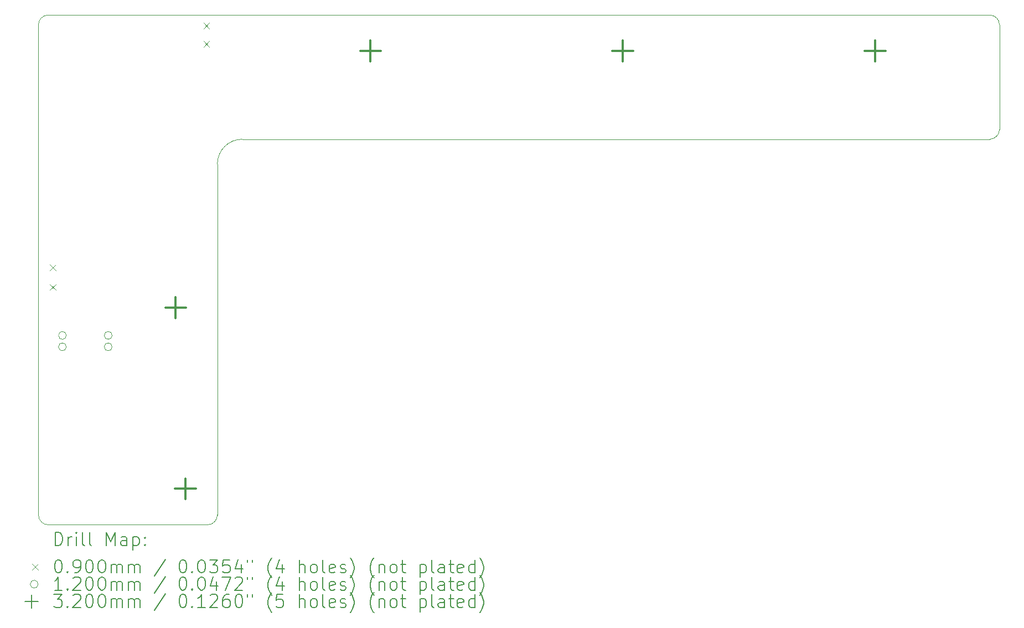
<source format=gbr>
%TF.GenerationSoftware,KiCad,Pcbnew,7.0.8*%
%TF.CreationDate,2023-10-17T17:27:18-07:00*%
%TF.ProjectId,Seismos_CoreR,53656973-6d6f-4735-9f43-6f7265522e6b,rev?*%
%TF.SameCoordinates,Original*%
%TF.FileFunction,Drillmap*%
%TF.FilePolarity,Positive*%
%FSLAX45Y45*%
G04 Gerber Fmt 4.5, Leading zero omitted, Abs format (unit mm)*
G04 Created by KiCad (PCBNEW 7.0.8) date 2023-10-17 17:27:18*
%MOMM*%
%LPD*%
G01*
G04 APERTURE LIST*
%ADD10C,0.100000*%
%ADD11C,0.200000*%
%ADD12C,0.090000*%
%ADD13C,0.120000*%
%ADD14C,0.320000*%
G04 APERTURE END LIST*
D10*
X5736600Y-9650000D02*
X5736600Y-4281000D01*
X5586600Y-9800000D02*
X3150000Y-9800000D01*
X3000000Y-9650000D02*
X3000000Y-2150000D01*
X3150000Y-2000000D02*
G75*
G03*
X3000000Y-2150000I0J-150000D01*
G01*
X5586600Y-9800000D02*
G75*
G03*
X5736600Y-9650000I0J150000D01*
G01*
X17550000Y-3900000D02*
X6117600Y-3900000D01*
X17550000Y-3900000D02*
G75*
G03*
X17700000Y-3750000I0J150000D01*
G01*
X17700000Y-2150000D02*
G75*
G03*
X17550000Y-2000000I-150000J0D01*
G01*
X3000000Y-9650000D02*
G75*
G03*
X3150000Y-9800000I150000J0D01*
G01*
X6117600Y-3900000D02*
G75*
G03*
X5736600Y-4281000I0J-381000D01*
G01*
X3150000Y-2000000D02*
X17550000Y-2000000D01*
X17700000Y-2150000D02*
X17700000Y-3750000D01*
D11*
D12*
X3175000Y-5818200D02*
X3265000Y-5908200D01*
X3265000Y-5818200D02*
X3175000Y-5908200D01*
X3175000Y-6118200D02*
X3265000Y-6208200D01*
X3265000Y-6118200D02*
X3175000Y-6208200D01*
X5526250Y-2119950D02*
X5616250Y-2209950D01*
X5616250Y-2119950D02*
X5526250Y-2209950D01*
X5526250Y-2399950D02*
X5616250Y-2489950D01*
X5616250Y-2399950D02*
X5526250Y-2489950D01*
D13*
X3427000Y-6902500D02*
G75*
G03*
X3427000Y-6902500I-60000J0D01*
G01*
X3427000Y-7077500D02*
G75*
G03*
X3427000Y-7077500I-60000J0D01*
G01*
X4127000Y-6902500D02*
G75*
G03*
X4127000Y-6902500I-60000J0D01*
G01*
X4127000Y-7077500D02*
G75*
G03*
X4127000Y-7077500I-60000J0D01*
G01*
D14*
X5100000Y-6315000D02*
X5100000Y-6635000D01*
X4940000Y-6475000D02*
X5260000Y-6475000D01*
X5250000Y-9090000D02*
X5250000Y-9410000D01*
X5090000Y-9250000D02*
X5410000Y-9250000D01*
X8080000Y-2390000D02*
X8080000Y-2710000D01*
X7920000Y-2550000D02*
X8240000Y-2550000D01*
X11940000Y-2390000D02*
X11940000Y-2710000D01*
X11780000Y-2550000D02*
X12100000Y-2550000D01*
X15800000Y-2390000D02*
X15800000Y-2710000D01*
X15640000Y-2550000D02*
X15960000Y-2550000D01*
D11*
X3255777Y-10116484D02*
X3255777Y-9916484D01*
X3255777Y-9916484D02*
X3303396Y-9916484D01*
X3303396Y-9916484D02*
X3331967Y-9926008D01*
X3331967Y-9926008D02*
X3351015Y-9945055D01*
X3351015Y-9945055D02*
X3360539Y-9964103D01*
X3360539Y-9964103D02*
X3370062Y-10002198D01*
X3370062Y-10002198D02*
X3370062Y-10030770D01*
X3370062Y-10030770D02*
X3360539Y-10068865D01*
X3360539Y-10068865D02*
X3351015Y-10087912D01*
X3351015Y-10087912D02*
X3331967Y-10106960D01*
X3331967Y-10106960D02*
X3303396Y-10116484D01*
X3303396Y-10116484D02*
X3255777Y-10116484D01*
X3455777Y-10116484D02*
X3455777Y-9983150D01*
X3455777Y-10021246D02*
X3465301Y-10002198D01*
X3465301Y-10002198D02*
X3474824Y-9992674D01*
X3474824Y-9992674D02*
X3493872Y-9983150D01*
X3493872Y-9983150D02*
X3512920Y-9983150D01*
X3579586Y-10116484D02*
X3579586Y-9983150D01*
X3579586Y-9916484D02*
X3570062Y-9926008D01*
X3570062Y-9926008D02*
X3579586Y-9935531D01*
X3579586Y-9935531D02*
X3589110Y-9926008D01*
X3589110Y-9926008D02*
X3579586Y-9916484D01*
X3579586Y-9916484D02*
X3579586Y-9935531D01*
X3703396Y-10116484D02*
X3684348Y-10106960D01*
X3684348Y-10106960D02*
X3674824Y-10087912D01*
X3674824Y-10087912D02*
X3674824Y-9916484D01*
X3808158Y-10116484D02*
X3789110Y-10106960D01*
X3789110Y-10106960D02*
X3779586Y-10087912D01*
X3779586Y-10087912D02*
X3779586Y-9916484D01*
X4036729Y-10116484D02*
X4036729Y-9916484D01*
X4036729Y-9916484D02*
X4103396Y-10059341D01*
X4103396Y-10059341D02*
X4170062Y-9916484D01*
X4170062Y-9916484D02*
X4170062Y-10116484D01*
X4351015Y-10116484D02*
X4351015Y-10011722D01*
X4351015Y-10011722D02*
X4341491Y-9992674D01*
X4341491Y-9992674D02*
X4322444Y-9983150D01*
X4322444Y-9983150D02*
X4284348Y-9983150D01*
X4284348Y-9983150D02*
X4265301Y-9992674D01*
X4351015Y-10106960D02*
X4331967Y-10116484D01*
X4331967Y-10116484D02*
X4284348Y-10116484D01*
X4284348Y-10116484D02*
X4265301Y-10106960D01*
X4265301Y-10106960D02*
X4255777Y-10087912D01*
X4255777Y-10087912D02*
X4255777Y-10068865D01*
X4255777Y-10068865D02*
X4265301Y-10049817D01*
X4265301Y-10049817D02*
X4284348Y-10040293D01*
X4284348Y-10040293D02*
X4331967Y-10040293D01*
X4331967Y-10040293D02*
X4351015Y-10030770D01*
X4446253Y-9983150D02*
X4446253Y-10183150D01*
X4446253Y-9992674D02*
X4465301Y-9983150D01*
X4465301Y-9983150D02*
X4503396Y-9983150D01*
X4503396Y-9983150D02*
X4522444Y-9992674D01*
X4522444Y-9992674D02*
X4531967Y-10002198D01*
X4531967Y-10002198D02*
X4541491Y-10021246D01*
X4541491Y-10021246D02*
X4541491Y-10078389D01*
X4541491Y-10078389D02*
X4531967Y-10097436D01*
X4531967Y-10097436D02*
X4522444Y-10106960D01*
X4522444Y-10106960D02*
X4503396Y-10116484D01*
X4503396Y-10116484D02*
X4465301Y-10116484D01*
X4465301Y-10116484D02*
X4446253Y-10106960D01*
X4627205Y-10097436D02*
X4636729Y-10106960D01*
X4636729Y-10106960D02*
X4627205Y-10116484D01*
X4627205Y-10116484D02*
X4617682Y-10106960D01*
X4617682Y-10106960D02*
X4627205Y-10097436D01*
X4627205Y-10097436D02*
X4627205Y-10116484D01*
X4627205Y-9992674D02*
X4636729Y-10002198D01*
X4636729Y-10002198D02*
X4627205Y-10011722D01*
X4627205Y-10011722D02*
X4617682Y-10002198D01*
X4617682Y-10002198D02*
X4627205Y-9992674D01*
X4627205Y-9992674D02*
X4627205Y-10011722D01*
D12*
X2905000Y-10400000D02*
X2995000Y-10490000D01*
X2995000Y-10400000D02*
X2905000Y-10490000D01*
D11*
X3293872Y-10336484D02*
X3312920Y-10336484D01*
X3312920Y-10336484D02*
X3331967Y-10346008D01*
X3331967Y-10346008D02*
X3341491Y-10355531D01*
X3341491Y-10355531D02*
X3351015Y-10374579D01*
X3351015Y-10374579D02*
X3360539Y-10412674D01*
X3360539Y-10412674D02*
X3360539Y-10460293D01*
X3360539Y-10460293D02*
X3351015Y-10498389D01*
X3351015Y-10498389D02*
X3341491Y-10517436D01*
X3341491Y-10517436D02*
X3331967Y-10526960D01*
X3331967Y-10526960D02*
X3312920Y-10536484D01*
X3312920Y-10536484D02*
X3293872Y-10536484D01*
X3293872Y-10536484D02*
X3274824Y-10526960D01*
X3274824Y-10526960D02*
X3265301Y-10517436D01*
X3265301Y-10517436D02*
X3255777Y-10498389D01*
X3255777Y-10498389D02*
X3246253Y-10460293D01*
X3246253Y-10460293D02*
X3246253Y-10412674D01*
X3246253Y-10412674D02*
X3255777Y-10374579D01*
X3255777Y-10374579D02*
X3265301Y-10355531D01*
X3265301Y-10355531D02*
X3274824Y-10346008D01*
X3274824Y-10346008D02*
X3293872Y-10336484D01*
X3446253Y-10517436D02*
X3455777Y-10526960D01*
X3455777Y-10526960D02*
X3446253Y-10536484D01*
X3446253Y-10536484D02*
X3436729Y-10526960D01*
X3436729Y-10526960D02*
X3446253Y-10517436D01*
X3446253Y-10517436D02*
X3446253Y-10536484D01*
X3551015Y-10536484D02*
X3589110Y-10536484D01*
X3589110Y-10536484D02*
X3608158Y-10526960D01*
X3608158Y-10526960D02*
X3617682Y-10517436D01*
X3617682Y-10517436D02*
X3636729Y-10488865D01*
X3636729Y-10488865D02*
X3646253Y-10450770D01*
X3646253Y-10450770D02*
X3646253Y-10374579D01*
X3646253Y-10374579D02*
X3636729Y-10355531D01*
X3636729Y-10355531D02*
X3627205Y-10346008D01*
X3627205Y-10346008D02*
X3608158Y-10336484D01*
X3608158Y-10336484D02*
X3570062Y-10336484D01*
X3570062Y-10336484D02*
X3551015Y-10346008D01*
X3551015Y-10346008D02*
X3541491Y-10355531D01*
X3541491Y-10355531D02*
X3531967Y-10374579D01*
X3531967Y-10374579D02*
X3531967Y-10422198D01*
X3531967Y-10422198D02*
X3541491Y-10441246D01*
X3541491Y-10441246D02*
X3551015Y-10450770D01*
X3551015Y-10450770D02*
X3570062Y-10460293D01*
X3570062Y-10460293D02*
X3608158Y-10460293D01*
X3608158Y-10460293D02*
X3627205Y-10450770D01*
X3627205Y-10450770D02*
X3636729Y-10441246D01*
X3636729Y-10441246D02*
X3646253Y-10422198D01*
X3770062Y-10336484D02*
X3789110Y-10336484D01*
X3789110Y-10336484D02*
X3808158Y-10346008D01*
X3808158Y-10346008D02*
X3817682Y-10355531D01*
X3817682Y-10355531D02*
X3827205Y-10374579D01*
X3827205Y-10374579D02*
X3836729Y-10412674D01*
X3836729Y-10412674D02*
X3836729Y-10460293D01*
X3836729Y-10460293D02*
X3827205Y-10498389D01*
X3827205Y-10498389D02*
X3817682Y-10517436D01*
X3817682Y-10517436D02*
X3808158Y-10526960D01*
X3808158Y-10526960D02*
X3789110Y-10536484D01*
X3789110Y-10536484D02*
X3770062Y-10536484D01*
X3770062Y-10536484D02*
X3751015Y-10526960D01*
X3751015Y-10526960D02*
X3741491Y-10517436D01*
X3741491Y-10517436D02*
X3731967Y-10498389D01*
X3731967Y-10498389D02*
X3722443Y-10460293D01*
X3722443Y-10460293D02*
X3722443Y-10412674D01*
X3722443Y-10412674D02*
X3731967Y-10374579D01*
X3731967Y-10374579D02*
X3741491Y-10355531D01*
X3741491Y-10355531D02*
X3751015Y-10346008D01*
X3751015Y-10346008D02*
X3770062Y-10336484D01*
X3960539Y-10336484D02*
X3979586Y-10336484D01*
X3979586Y-10336484D02*
X3998634Y-10346008D01*
X3998634Y-10346008D02*
X4008158Y-10355531D01*
X4008158Y-10355531D02*
X4017682Y-10374579D01*
X4017682Y-10374579D02*
X4027205Y-10412674D01*
X4027205Y-10412674D02*
X4027205Y-10460293D01*
X4027205Y-10460293D02*
X4017682Y-10498389D01*
X4017682Y-10498389D02*
X4008158Y-10517436D01*
X4008158Y-10517436D02*
X3998634Y-10526960D01*
X3998634Y-10526960D02*
X3979586Y-10536484D01*
X3979586Y-10536484D02*
X3960539Y-10536484D01*
X3960539Y-10536484D02*
X3941491Y-10526960D01*
X3941491Y-10526960D02*
X3931967Y-10517436D01*
X3931967Y-10517436D02*
X3922443Y-10498389D01*
X3922443Y-10498389D02*
X3912920Y-10460293D01*
X3912920Y-10460293D02*
X3912920Y-10412674D01*
X3912920Y-10412674D02*
X3922443Y-10374579D01*
X3922443Y-10374579D02*
X3931967Y-10355531D01*
X3931967Y-10355531D02*
X3941491Y-10346008D01*
X3941491Y-10346008D02*
X3960539Y-10336484D01*
X4112920Y-10536484D02*
X4112920Y-10403150D01*
X4112920Y-10422198D02*
X4122443Y-10412674D01*
X4122443Y-10412674D02*
X4141491Y-10403150D01*
X4141491Y-10403150D02*
X4170063Y-10403150D01*
X4170063Y-10403150D02*
X4189110Y-10412674D01*
X4189110Y-10412674D02*
X4198634Y-10431722D01*
X4198634Y-10431722D02*
X4198634Y-10536484D01*
X4198634Y-10431722D02*
X4208158Y-10412674D01*
X4208158Y-10412674D02*
X4227205Y-10403150D01*
X4227205Y-10403150D02*
X4255777Y-10403150D01*
X4255777Y-10403150D02*
X4274825Y-10412674D01*
X4274825Y-10412674D02*
X4284348Y-10431722D01*
X4284348Y-10431722D02*
X4284348Y-10536484D01*
X4379586Y-10536484D02*
X4379586Y-10403150D01*
X4379586Y-10422198D02*
X4389110Y-10412674D01*
X4389110Y-10412674D02*
X4408158Y-10403150D01*
X4408158Y-10403150D02*
X4436729Y-10403150D01*
X4436729Y-10403150D02*
X4455777Y-10412674D01*
X4455777Y-10412674D02*
X4465301Y-10431722D01*
X4465301Y-10431722D02*
X4465301Y-10536484D01*
X4465301Y-10431722D02*
X4474825Y-10412674D01*
X4474825Y-10412674D02*
X4493872Y-10403150D01*
X4493872Y-10403150D02*
X4522444Y-10403150D01*
X4522444Y-10403150D02*
X4541491Y-10412674D01*
X4541491Y-10412674D02*
X4551015Y-10431722D01*
X4551015Y-10431722D02*
X4551015Y-10536484D01*
X4941491Y-10326960D02*
X4770063Y-10584103D01*
X5198634Y-10336484D02*
X5217682Y-10336484D01*
X5217682Y-10336484D02*
X5236729Y-10346008D01*
X5236729Y-10346008D02*
X5246253Y-10355531D01*
X5246253Y-10355531D02*
X5255777Y-10374579D01*
X5255777Y-10374579D02*
X5265301Y-10412674D01*
X5265301Y-10412674D02*
X5265301Y-10460293D01*
X5265301Y-10460293D02*
X5255777Y-10498389D01*
X5255777Y-10498389D02*
X5246253Y-10517436D01*
X5246253Y-10517436D02*
X5236729Y-10526960D01*
X5236729Y-10526960D02*
X5217682Y-10536484D01*
X5217682Y-10536484D02*
X5198634Y-10536484D01*
X5198634Y-10536484D02*
X5179587Y-10526960D01*
X5179587Y-10526960D02*
X5170063Y-10517436D01*
X5170063Y-10517436D02*
X5160539Y-10498389D01*
X5160539Y-10498389D02*
X5151015Y-10460293D01*
X5151015Y-10460293D02*
X5151015Y-10412674D01*
X5151015Y-10412674D02*
X5160539Y-10374579D01*
X5160539Y-10374579D02*
X5170063Y-10355531D01*
X5170063Y-10355531D02*
X5179587Y-10346008D01*
X5179587Y-10346008D02*
X5198634Y-10336484D01*
X5351015Y-10517436D02*
X5360539Y-10526960D01*
X5360539Y-10526960D02*
X5351015Y-10536484D01*
X5351015Y-10536484D02*
X5341491Y-10526960D01*
X5341491Y-10526960D02*
X5351015Y-10517436D01*
X5351015Y-10517436D02*
X5351015Y-10536484D01*
X5484348Y-10336484D02*
X5503396Y-10336484D01*
X5503396Y-10336484D02*
X5522444Y-10346008D01*
X5522444Y-10346008D02*
X5531968Y-10355531D01*
X5531968Y-10355531D02*
X5541491Y-10374579D01*
X5541491Y-10374579D02*
X5551015Y-10412674D01*
X5551015Y-10412674D02*
X5551015Y-10460293D01*
X5551015Y-10460293D02*
X5541491Y-10498389D01*
X5541491Y-10498389D02*
X5531968Y-10517436D01*
X5531968Y-10517436D02*
X5522444Y-10526960D01*
X5522444Y-10526960D02*
X5503396Y-10536484D01*
X5503396Y-10536484D02*
X5484348Y-10536484D01*
X5484348Y-10536484D02*
X5465301Y-10526960D01*
X5465301Y-10526960D02*
X5455777Y-10517436D01*
X5455777Y-10517436D02*
X5446253Y-10498389D01*
X5446253Y-10498389D02*
X5436729Y-10460293D01*
X5436729Y-10460293D02*
X5436729Y-10412674D01*
X5436729Y-10412674D02*
X5446253Y-10374579D01*
X5446253Y-10374579D02*
X5455777Y-10355531D01*
X5455777Y-10355531D02*
X5465301Y-10346008D01*
X5465301Y-10346008D02*
X5484348Y-10336484D01*
X5617682Y-10336484D02*
X5741491Y-10336484D01*
X5741491Y-10336484D02*
X5674825Y-10412674D01*
X5674825Y-10412674D02*
X5703396Y-10412674D01*
X5703396Y-10412674D02*
X5722444Y-10422198D01*
X5722444Y-10422198D02*
X5731967Y-10431722D01*
X5731967Y-10431722D02*
X5741491Y-10450770D01*
X5741491Y-10450770D02*
X5741491Y-10498389D01*
X5741491Y-10498389D02*
X5731967Y-10517436D01*
X5731967Y-10517436D02*
X5722444Y-10526960D01*
X5722444Y-10526960D02*
X5703396Y-10536484D01*
X5703396Y-10536484D02*
X5646253Y-10536484D01*
X5646253Y-10536484D02*
X5627206Y-10526960D01*
X5627206Y-10526960D02*
X5617682Y-10517436D01*
X5922444Y-10336484D02*
X5827206Y-10336484D01*
X5827206Y-10336484D02*
X5817682Y-10431722D01*
X5817682Y-10431722D02*
X5827206Y-10422198D01*
X5827206Y-10422198D02*
X5846253Y-10412674D01*
X5846253Y-10412674D02*
X5893872Y-10412674D01*
X5893872Y-10412674D02*
X5912920Y-10422198D01*
X5912920Y-10422198D02*
X5922444Y-10431722D01*
X5922444Y-10431722D02*
X5931967Y-10450770D01*
X5931967Y-10450770D02*
X5931967Y-10498389D01*
X5931967Y-10498389D02*
X5922444Y-10517436D01*
X5922444Y-10517436D02*
X5912920Y-10526960D01*
X5912920Y-10526960D02*
X5893872Y-10536484D01*
X5893872Y-10536484D02*
X5846253Y-10536484D01*
X5846253Y-10536484D02*
X5827206Y-10526960D01*
X5827206Y-10526960D02*
X5817682Y-10517436D01*
X6103396Y-10403150D02*
X6103396Y-10536484D01*
X6055777Y-10326960D02*
X6008158Y-10469817D01*
X6008158Y-10469817D02*
X6131967Y-10469817D01*
X6198634Y-10336484D02*
X6198634Y-10374579D01*
X6274825Y-10336484D02*
X6274825Y-10374579D01*
X6570063Y-10612674D02*
X6560539Y-10603150D01*
X6560539Y-10603150D02*
X6541491Y-10574579D01*
X6541491Y-10574579D02*
X6531968Y-10555531D01*
X6531968Y-10555531D02*
X6522444Y-10526960D01*
X6522444Y-10526960D02*
X6512920Y-10479341D01*
X6512920Y-10479341D02*
X6512920Y-10441246D01*
X6512920Y-10441246D02*
X6522444Y-10393627D01*
X6522444Y-10393627D02*
X6531968Y-10365055D01*
X6531968Y-10365055D02*
X6541491Y-10346008D01*
X6541491Y-10346008D02*
X6560539Y-10317436D01*
X6560539Y-10317436D02*
X6570063Y-10307912D01*
X6731968Y-10403150D02*
X6731968Y-10536484D01*
X6684348Y-10326960D02*
X6636729Y-10469817D01*
X6636729Y-10469817D02*
X6760539Y-10469817D01*
X6989110Y-10536484D02*
X6989110Y-10336484D01*
X7074825Y-10536484D02*
X7074825Y-10431722D01*
X7074825Y-10431722D02*
X7065301Y-10412674D01*
X7065301Y-10412674D02*
X7046253Y-10403150D01*
X7046253Y-10403150D02*
X7017682Y-10403150D01*
X7017682Y-10403150D02*
X6998634Y-10412674D01*
X6998634Y-10412674D02*
X6989110Y-10422198D01*
X7198634Y-10536484D02*
X7179587Y-10526960D01*
X7179587Y-10526960D02*
X7170063Y-10517436D01*
X7170063Y-10517436D02*
X7160539Y-10498389D01*
X7160539Y-10498389D02*
X7160539Y-10441246D01*
X7160539Y-10441246D02*
X7170063Y-10422198D01*
X7170063Y-10422198D02*
X7179587Y-10412674D01*
X7179587Y-10412674D02*
X7198634Y-10403150D01*
X7198634Y-10403150D02*
X7227206Y-10403150D01*
X7227206Y-10403150D02*
X7246253Y-10412674D01*
X7246253Y-10412674D02*
X7255777Y-10422198D01*
X7255777Y-10422198D02*
X7265301Y-10441246D01*
X7265301Y-10441246D02*
X7265301Y-10498389D01*
X7265301Y-10498389D02*
X7255777Y-10517436D01*
X7255777Y-10517436D02*
X7246253Y-10526960D01*
X7246253Y-10526960D02*
X7227206Y-10536484D01*
X7227206Y-10536484D02*
X7198634Y-10536484D01*
X7379587Y-10536484D02*
X7360539Y-10526960D01*
X7360539Y-10526960D02*
X7351015Y-10507912D01*
X7351015Y-10507912D02*
X7351015Y-10336484D01*
X7531968Y-10526960D02*
X7512920Y-10536484D01*
X7512920Y-10536484D02*
X7474825Y-10536484D01*
X7474825Y-10536484D02*
X7455777Y-10526960D01*
X7455777Y-10526960D02*
X7446253Y-10507912D01*
X7446253Y-10507912D02*
X7446253Y-10431722D01*
X7446253Y-10431722D02*
X7455777Y-10412674D01*
X7455777Y-10412674D02*
X7474825Y-10403150D01*
X7474825Y-10403150D02*
X7512920Y-10403150D01*
X7512920Y-10403150D02*
X7531968Y-10412674D01*
X7531968Y-10412674D02*
X7541491Y-10431722D01*
X7541491Y-10431722D02*
X7541491Y-10450770D01*
X7541491Y-10450770D02*
X7446253Y-10469817D01*
X7617682Y-10526960D02*
X7636730Y-10536484D01*
X7636730Y-10536484D02*
X7674825Y-10536484D01*
X7674825Y-10536484D02*
X7693872Y-10526960D01*
X7693872Y-10526960D02*
X7703396Y-10507912D01*
X7703396Y-10507912D02*
X7703396Y-10498389D01*
X7703396Y-10498389D02*
X7693872Y-10479341D01*
X7693872Y-10479341D02*
X7674825Y-10469817D01*
X7674825Y-10469817D02*
X7646253Y-10469817D01*
X7646253Y-10469817D02*
X7627206Y-10460293D01*
X7627206Y-10460293D02*
X7617682Y-10441246D01*
X7617682Y-10441246D02*
X7617682Y-10431722D01*
X7617682Y-10431722D02*
X7627206Y-10412674D01*
X7627206Y-10412674D02*
X7646253Y-10403150D01*
X7646253Y-10403150D02*
X7674825Y-10403150D01*
X7674825Y-10403150D02*
X7693872Y-10412674D01*
X7770063Y-10612674D02*
X7779587Y-10603150D01*
X7779587Y-10603150D02*
X7798634Y-10574579D01*
X7798634Y-10574579D02*
X7808158Y-10555531D01*
X7808158Y-10555531D02*
X7817682Y-10526960D01*
X7817682Y-10526960D02*
X7827206Y-10479341D01*
X7827206Y-10479341D02*
X7827206Y-10441246D01*
X7827206Y-10441246D02*
X7817682Y-10393627D01*
X7817682Y-10393627D02*
X7808158Y-10365055D01*
X7808158Y-10365055D02*
X7798634Y-10346008D01*
X7798634Y-10346008D02*
X7779587Y-10317436D01*
X7779587Y-10317436D02*
X7770063Y-10307912D01*
X8131968Y-10612674D02*
X8122444Y-10603150D01*
X8122444Y-10603150D02*
X8103396Y-10574579D01*
X8103396Y-10574579D02*
X8093872Y-10555531D01*
X8093872Y-10555531D02*
X8084349Y-10526960D01*
X8084349Y-10526960D02*
X8074825Y-10479341D01*
X8074825Y-10479341D02*
X8074825Y-10441246D01*
X8074825Y-10441246D02*
X8084349Y-10393627D01*
X8084349Y-10393627D02*
X8093872Y-10365055D01*
X8093872Y-10365055D02*
X8103396Y-10346008D01*
X8103396Y-10346008D02*
X8122444Y-10317436D01*
X8122444Y-10317436D02*
X8131968Y-10307912D01*
X8208158Y-10403150D02*
X8208158Y-10536484D01*
X8208158Y-10422198D02*
X8217682Y-10412674D01*
X8217682Y-10412674D02*
X8236730Y-10403150D01*
X8236730Y-10403150D02*
X8265301Y-10403150D01*
X8265301Y-10403150D02*
X8284349Y-10412674D01*
X8284349Y-10412674D02*
X8293872Y-10431722D01*
X8293872Y-10431722D02*
X8293872Y-10536484D01*
X8417682Y-10536484D02*
X8398634Y-10526960D01*
X8398634Y-10526960D02*
X8389111Y-10517436D01*
X8389111Y-10517436D02*
X8379587Y-10498389D01*
X8379587Y-10498389D02*
X8379587Y-10441246D01*
X8379587Y-10441246D02*
X8389111Y-10422198D01*
X8389111Y-10422198D02*
X8398634Y-10412674D01*
X8398634Y-10412674D02*
X8417682Y-10403150D01*
X8417682Y-10403150D02*
X8446254Y-10403150D01*
X8446254Y-10403150D02*
X8465301Y-10412674D01*
X8465301Y-10412674D02*
X8474825Y-10422198D01*
X8474825Y-10422198D02*
X8484349Y-10441246D01*
X8484349Y-10441246D02*
X8484349Y-10498389D01*
X8484349Y-10498389D02*
X8474825Y-10517436D01*
X8474825Y-10517436D02*
X8465301Y-10526960D01*
X8465301Y-10526960D02*
X8446254Y-10536484D01*
X8446254Y-10536484D02*
X8417682Y-10536484D01*
X8541492Y-10403150D02*
X8617682Y-10403150D01*
X8570063Y-10336484D02*
X8570063Y-10507912D01*
X8570063Y-10507912D02*
X8579587Y-10526960D01*
X8579587Y-10526960D02*
X8598634Y-10536484D01*
X8598634Y-10536484D02*
X8617682Y-10536484D01*
X8836730Y-10403150D02*
X8836730Y-10603150D01*
X8836730Y-10412674D02*
X8855777Y-10403150D01*
X8855777Y-10403150D02*
X8893873Y-10403150D01*
X8893873Y-10403150D02*
X8912920Y-10412674D01*
X8912920Y-10412674D02*
X8922444Y-10422198D01*
X8922444Y-10422198D02*
X8931968Y-10441246D01*
X8931968Y-10441246D02*
X8931968Y-10498389D01*
X8931968Y-10498389D02*
X8922444Y-10517436D01*
X8922444Y-10517436D02*
X8912920Y-10526960D01*
X8912920Y-10526960D02*
X8893873Y-10536484D01*
X8893873Y-10536484D02*
X8855777Y-10536484D01*
X8855777Y-10536484D02*
X8836730Y-10526960D01*
X9046254Y-10536484D02*
X9027206Y-10526960D01*
X9027206Y-10526960D02*
X9017682Y-10507912D01*
X9017682Y-10507912D02*
X9017682Y-10336484D01*
X9208158Y-10536484D02*
X9208158Y-10431722D01*
X9208158Y-10431722D02*
X9198635Y-10412674D01*
X9198635Y-10412674D02*
X9179587Y-10403150D01*
X9179587Y-10403150D02*
X9141492Y-10403150D01*
X9141492Y-10403150D02*
X9122444Y-10412674D01*
X9208158Y-10526960D02*
X9189111Y-10536484D01*
X9189111Y-10536484D02*
X9141492Y-10536484D01*
X9141492Y-10536484D02*
X9122444Y-10526960D01*
X9122444Y-10526960D02*
X9112920Y-10507912D01*
X9112920Y-10507912D02*
X9112920Y-10488865D01*
X9112920Y-10488865D02*
X9122444Y-10469817D01*
X9122444Y-10469817D02*
X9141492Y-10460293D01*
X9141492Y-10460293D02*
X9189111Y-10460293D01*
X9189111Y-10460293D02*
X9208158Y-10450770D01*
X9274825Y-10403150D02*
X9351015Y-10403150D01*
X9303396Y-10336484D02*
X9303396Y-10507912D01*
X9303396Y-10507912D02*
X9312920Y-10526960D01*
X9312920Y-10526960D02*
X9331968Y-10536484D01*
X9331968Y-10536484D02*
X9351015Y-10536484D01*
X9493873Y-10526960D02*
X9474825Y-10536484D01*
X9474825Y-10536484D02*
X9436730Y-10536484D01*
X9436730Y-10536484D02*
X9417682Y-10526960D01*
X9417682Y-10526960D02*
X9408158Y-10507912D01*
X9408158Y-10507912D02*
X9408158Y-10431722D01*
X9408158Y-10431722D02*
X9417682Y-10412674D01*
X9417682Y-10412674D02*
X9436730Y-10403150D01*
X9436730Y-10403150D02*
X9474825Y-10403150D01*
X9474825Y-10403150D02*
X9493873Y-10412674D01*
X9493873Y-10412674D02*
X9503396Y-10431722D01*
X9503396Y-10431722D02*
X9503396Y-10450770D01*
X9503396Y-10450770D02*
X9408158Y-10469817D01*
X9674825Y-10536484D02*
X9674825Y-10336484D01*
X9674825Y-10526960D02*
X9655777Y-10536484D01*
X9655777Y-10536484D02*
X9617682Y-10536484D01*
X9617682Y-10536484D02*
X9598635Y-10526960D01*
X9598635Y-10526960D02*
X9589111Y-10517436D01*
X9589111Y-10517436D02*
X9579587Y-10498389D01*
X9579587Y-10498389D02*
X9579587Y-10441246D01*
X9579587Y-10441246D02*
X9589111Y-10422198D01*
X9589111Y-10422198D02*
X9598635Y-10412674D01*
X9598635Y-10412674D02*
X9617682Y-10403150D01*
X9617682Y-10403150D02*
X9655777Y-10403150D01*
X9655777Y-10403150D02*
X9674825Y-10412674D01*
X9751016Y-10612674D02*
X9760539Y-10603150D01*
X9760539Y-10603150D02*
X9779587Y-10574579D01*
X9779587Y-10574579D02*
X9789111Y-10555531D01*
X9789111Y-10555531D02*
X9798635Y-10526960D01*
X9798635Y-10526960D02*
X9808158Y-10479341D01*
X9808158Y-10479341D02*
X9808158Y-10441246D01*
X9808158Y-10441246D02*
X9798635Y-10393627D01*
X9798635Y-10393627D02*
X9789111Y-10365055D01*
X9789111Y-10365055D02*
X9779587Y-10346008D01*
X9779587Y-10346008D02*
X9760539Y-10317436D01*
X9760539Y-10317436D02*
X9751016Y-10307912D01*
D13*
X2995000Y-10709000D02*
G75*
G03*
X2995000Y-10709000I-60000J0D01*
G01*
D11*
X3360539Y-10800484D02*
X3246253Y-10800484D01*
X3303396Y-10800484D02*
X3303396Y-10600484D01*
X3303396Y-10600484D02*
X3284348Y-10629055D01*
X3284348Y-10629055D02*
X3265301Y-10648103D01*
X3265301Y-10648103D02*
X3246253Y-10657627D01*
X3446253Y-10781436D02*
X3455777Y-10790960D01*
X3455777Y-10790960D02*
X3446253Y-10800484D01*
X3446253Y-10800484D02*
X3436729Y-10790960D01*
X3436729Y-10790960D02*
X3446253Y-10781436D01*
X3446253Y-10781436D02*
X3446253Y-10800484D01*
X3531967Y-10619531D02*
X3541491Y-10610008D01*
X3541491Y-10610008D02*
X3560539Y-10600484D01*
X3560539Y-10600484D02*
X3608158Y-10600484D01*
X3608158Y-10600484D02*
X3627205Y-10610008D01*
X3627205Y-10610008D02*
X3636729Y-10619531D01*
X3636729Y-10619531D02*
X3646253Y-10638579D01*
X3646253Y-10638579D02*
X3646253Y-10657627D01*
X3646253Y-10657627D02*
X3636729Y-10686198D01*
X3636729Y-10686198D02*
X3522443Y-10800484D01*
X3522443Y-10800484D02*
X3646253Y-10800484D01*
X3770062Y-10600484D02*
X3789110Y-10600484D01*
X3789110Y-10600484D02*
X3808158Y-10610008D01*
X3808158Y-10610008D02*
X3817682Y-10619531D01*
X3817682Y-10619531D02*
X3827205Y-10638579D01*
X3827205Y-10638579D02*
X3836729Y-10676674D01*
X3836729Y-10676674D02*
X3836729Y-10724293D01*
X3836729Y-10724293D02*
X3827205Y-10762389D01*
X3827205Y-10762389D02*
X3817682Y-10781436D01*
X3817682Y-10781436D02*
X3808158Y-10790960D01*
X3808158Y-10790960D02*
X3789110Y-10800484D01*
X3789110Y-10800484D02*
X3770062Y-10800484D01*
X3770062Y-10800484D02*
X3751015Y-10790960D01*
X3751015Y-10790960D02*
X3741491Y-10781436D01*
X3741491Y-10781436D02*
X3731967Y-10762389D01*
X3731967Y-10762389D02*
X3722443Y-10724293D01*
X3722443Y-10724293D02*
X3722443Y-10676674D01*
X3722443Y-10676674D02*
X3731967Y-10638579D01*
X3731967Y-10638579D02*
X3741491Y-10619531D01*
X3741491Y-10619531D02*
X3751015Y-10610008D01*
X3751015Y-10610008D02*
X3770062Y-10600484D01*
X3960539Y-10600484D02*
X3979586Y-10600484D01*
X3979586Y-10600484D02*
X3998634Y-10610008D01*
X3998634Y-10610008D02*
X4008158Y-10619531D01*
X4008158Y-10619531D02*
X4017682Y-10638579D01*
X4017682Y-10638579D02*
X4027205Y-10676674D01*
X4027205Y-10676674D02*
X4027205Y-10724293D01*
X4027205Y-10724293D02*
X4017682Y-10762389D01*
X4017682Y-10762389D02*
X4008158Y-10781436D01*
X4008158Y-10781436D02*
X3998634Y-10790960D01*
X3998634Y-10790960D02*
X3979586Y-10800484D01*
X3979586Y-10800484D02*
X3960539Y-10800484D01*
X3960539Y-10800484D02*
X3941491Y-10790960D01*
X3941491Y-10790960D02*
X3931967Y-10781436D01*
X3931967Y-10781436D02*
X3922443Y-10762389D01*
X3922443Y-10762389D02*
X3912920Y-10724293D01*
X3912920Y-10724293D02*
X3912920Y-10676674D01*
X3912920Y-10676674D02*
X3922443Y-10638579D01*
X3922443Y-10638579D02*
X3931967Y-10619531D01*
X3931967Y-10619531D02*
X3941491Y-10610008D01*
X3941491Y-10610008D02*
X3960539Y-10600484D01*
X4112920Y-10800484D02*
X4112920Y-10667150D01*
X4112920Y-10686198D02*
X4122443Y-10676674D01*
X4122443Y-10676674D02*
X4141491Y-10667150D01*
X4141491Y-10667150D02*
X4170063Y-10667150D01*
X4170063Y-10667150D02*
X4189110Y-10676674D01*
X4189110Y-10676674D02*
X4198634Y-10695722D01*
X4198634Y-10695722D02*
X4198634Y-10800484D01*
X4198634Y-10695722D02*
X4208158Y-10676674D01*
X4208158Y-10676674D02*
X4227205Y-10667150D01*
X4227205Y-10667150D02*
X4255777Y-10667150D01*
X4255777Y-10667150D02*
X4274825Y-10676674D01*
X4274825Y-10676674D02*
X4284348Y-10695722D01*
X4284348Y-10695722D02*
X4284348Y-10800484D01*
X4379586Y-10800484D02*
X4379586Y-10667150D01*
X4379586Y-10686198D02*
X4389110Y-10676674D01*
X4389110Y-10676674D02*
X4408158Y-10667150D01*
X4408158Y-10667150D02*
X4436729Y-10667150D01*
X4436729Y-10667150D02*
X4455777Y-10676674D01*
X4455777Y-10676674D02*
X4465301Y-10695722D01*
X4465301Y-10695722D02*
X4465301Y-10800484D01*
X4465301Y-10695722D02*
X4474825Y-10676674D01*
X4474825Y-10676674D02*
X4493872Y-10667150D01*
X4493872Y-10667150D02*
X4522444Y-10667150D01*
X4522444Y-10667150D02*
X4541491Y-10676674D01*
X4541491Y-10676674D02*
X4551015Y-10695722D01*
X4551015Y-10695722D02*
X4551015Y-10800484D01*
X4941491Y-10590960D02*
X4770063Y-10848103D01*
X5198634Y-10600484D02*
X5217682Y-10600484D01*
X5217682Y-10600484D02*
X5236729Y-10610008D01*
X5236729Y-10610008D02*
X5246253Y-10619531D01*
X5246253Y-10619531D02*
X5255777Y-10638579D01*
X5255777Y-10638579D02*
X5265301Y-10676674D01*
X5265301Y-10676674D02*
X5265301Y-10724293D01*
X5265301Y-10724293D02*
X5255777Y-10762389D01*
X5255777Y-10762389D02*
X5246253Y-10781436D01*
X5246253Y-10781436D02*
X5236729Y-10790960D01*
X5236729Y-10790960D02*
X5217682Y-10800484D01*
X5217682Y-10800484D02*
X5198634Y-10800484D01*
X5198634Y-10800484D02*
X5179587Y-10790960D01*
X5179587Y-10790960D02*
X5170063Y-10781436D01*
X5170063Y-10781436D02*
X5160539Y-10762389D01*
X5160539Y-10762389D02*
X5151015Y-10724293D01*
X5151015Y-10724293D02*
X5151015Y-10676674D01*
X5151015Y-10676674D02*
X5160539Y-10638579D01*
X5160539Y-10638579D02*
X5170063Y-10619531D01*
X5170063Y-10619531D02*
X5179587Y-10610008D01*
X5179587Y-10610008D02*
X5198634Y-10600484D01*
X5351015Y-10781436D02*
X5360539Y-10790960D01*
X5360539Y-10790960D02*
X5351015Y-10800484D01*
X5351015Y-10800484D02*
X5341491Y-10790960D01*
X5341491Y-10790960D02*
X5351015Y-10781436D01*
X5351015Y-10781436D02*
X5351015Y-10800484D01*
X5484348Y-10600484D02*
X5503396Y-10600484D01*
X5503396Y-10600484D02*
X5522444Y-10610008D01*
X5522444Y-10610008D02*
X5531968Y-10619531D01*
X5531968Y-10619531D02*
X5541491Y-10638579D01*
X5541491Y-10638579D02*
X5551015Y-10676674D01*
X5551015Y-10676674D02*
X5551015Y-10724293D01*
X5551015Y-10724293D02*
X5541491Y-10762389D01*
X5541491Y-10762389D02*
X5531968Y-10781436D01*
X5531968Y-10781436D02*
X5522444Y-10790960D01*
X5522444Y-10790960D02*
X5503396Y-10800484D01*
X5503396Y-10800484D02*
X5484348Y-10800484D01*
X5484348Y-10800484D02*
X5465301Y-10790960D01*
X5465301Y-10790960D02*
X5455777Y-10781436D01*
X5455777Y-10781436D02*
X5446253Y-10762389D01*
X5446253Y-10762389D02*
X5436729Y-10724293D01*
X5436729Y-10724293D02*
X5436729Y-10676674D01*
X5436729Y-10676674D02*
X5446253Y-10638579D01*
X5446253Y-10638579D02*
X5455777Y-10619531D01*
X5455777Y-10619531D02*
X5465301Y-10610008D01*
X5465301Y-10610008D02*
X5484348Y-10600484D01*
X5722444Y-10667150D02*
X5722444Y-10800484D01*
X5674825Y-10590960D02*
X5627206Y-10733817D01*
X5627206Y-10733817D02*
X5751015Y-10733817D01*
X5808158Y-10600484D02*
X5941491Y-10600484D01*
X5941491Y-10600484D02*
X5855777Y-10800484D01*
X6008158Y-10619531D02*
X6017682Y-10610008D01*
X6017682Y-10610008D02*
X6036729Y-10600484D01*
X6036729Y-10600484D02*
X6084348Y-10600484D01*
X6084348Y-10600484D02*
X6103396Y-10610008D01*
X6103396Y-10610008D02*
X6112920Y-10619531D01*
X6112920Y-10619531D02*
X6122444Y-10638579D01*
X6122444Y-10638579D02*
X6122444Y-10657627D01*
X6122444Y-10657627D02*
X6112920Y-10686198D01*
X6112920Y-10686198D02*
X5998634Y-10800484D01*
X5998634Y-10800484D02*
X6122444Y-10800484D01*
X6198634Y-10600484D02*
X6198634Y-10638579D01*
X6274825Y-10600484D02*
X6274825Y-10638579D01*
X6570063Y-10876674D02*
X6560539Y-10867150D01*
X6560539Y-10867150D02*
X6541491Y-10838579D01*
X6541491Y-10838579D02*
X6531968Y-10819531D01*
X6531968Y-10819531D02*
X6522444Y-10790960D01*
X6522444Y-10790960D02*
X6512920Y-10743341D01*
X6512920Y-10743341D02*
X6512920Y-10705246D01*
X6512920Y-10705246D02*
X6522444Y-10657627D01*
X6522444Y-10657627D02*
X6531968Y-10629055D01*
X6531968Y-10629055D02*
X6541491Y-10610008D01*
X6541491Y-10610008D02*
X6560539Y-10581436D01*
X6560539Y-10581436D02*
X6570063Y-10571912D01*
X6731968Y-10667150D02*
X6731968Y-10800484D01*
X6684348Y-10590960D02*
X6636729Y-10733817D01*
X6636729Y-10733817D02*
X6760539Y-10733817D01*
X6989110Y-10800484D02*
X6989110Y-10600484D01*
X7074825Y-10800484D02*
X7074825Y-10695722D01*
X7074825Y-10695722D02*
X7065301Y-10676674D01*
X7065301Y-10676674D02*
X7046253Y-10667150D01*
X7046253Y-10667150D02*
X7017682Y-10667150D01*
X7017682Y-10667150D02*
X6998634Y-10676674D01*
X6998634Y-10676674D02*
X6989110Y-10686198D01*
X7198634Y-10800484D02*
X7179587Y-10790960D01*
X7179587Y-10790960D02*
X7170063Y-10781436D01*
X7170063Y-10781436D02*
X7160539Y-10762389D01*
X7160539Y-10762389D02*
X7160539Y-10705246D01*
X7160539Y-10705246D02*
X7170063Y-10686198D01*
X7170063Y-10686198D02*
X7179587Y-10676674D01*
X7179587Y-10676674D02*
X7198634Y-10667150D01*
X7198634Y-10667150D02*
X7227206Y-10667150D01*
X7227206Y-10667150D02*
X7246253Y-10676674D01*
X7246253Y-10676674D02*
X7255777Y-10686198D01*
X7255777Y-10686198D02*
X7265301Y-10705246D01*
X7265301Y-10705246D02*
X7265301Y-10762389D01*
X7265301Y-10762389D02*
X7255777Y-10781436D01*
X7255777Y-10781436D02*
X7246253Y-10790960D01*
X7246253Y-10790960D02*
X7227206Y-10800484D01*
X7227206Y-10800484D02*
X7198634Y-10800484D01*
X7379587Y-10800484D02*
X7360539Y-10790960D01*
X7360539Y-10790960D02*
X7351015Y-10771912D01*
X7351015Y-10771912D02*
X7351015Y-10600484D01*
X7531968Y-10790960D02*
X7512920Y-10800484D01*
X7512920Y-10800484D02*
X7474825Y-10800484D01*
X7474825Y-10800484D02*
X7455777Y-10790960D01*
X7455777Y-10790960D02*
X7446253Y-10771912D01*
X7446253Y-10771912D02*
X7446253Y-10695722D01*
X7446253Y-10695722D02*
X7455777Y-10676674D01*
X7455777Y-10676674D02*
X7474825Y-10667150D01*
X7474825Y-10667150D02*
X7512920Y-10667150D01*
X7512920Y-10667150D02*
X7531968Y-10676674D01*
X7531968Y-10676674D02*
X7541491Y-10695722D01*
X7541491Y-10695722D02*
X7541491Y-10714770D01*
X7541491Y-10714770D02*
X7446253Y-10733817D01*
X7617682Y-10790960D02*
X7636730Y-10800484D01*
X7636730Y-10800484D02*
X7674825Y-10800484D01*
X7674825Y-10800484D02*
X7693872Y-10790960D01*
X7693872Y-10790960D02*
X7703396Y-10771912D01*
X7703396Y-10771912D02*
X7703396Y-10762389D01*
X7703396Y-10762389D02*
X7693872Y-10743341D01*
X7693872Y-10743341D02*
X7674825Y-10733817D01*
X7674825Y-10733817D02*
X7646253Y-10733817D01*
X7646253Y-10733817D02*
X7627206Y-10724293D01*
X7627206Y-10724293D02*
X7617682Y-10705246D01*
X7617682Y-10705246D02*
X7617682Y-10695722D01*
X7617682Y-10695722D02*
X7627206Y-10676674D01*
X7627206Y-10676674D02*
X7646253Y-10667150D01*
X7646253Y-10667150D02*
X7674825Y-10667150D01*
X7674825Y-10667150D02*
X7693872Y-10676674D01*
X7770063Y-10876674D02*
X7779587Y-10867150D01*
X7779587Y-10867150D02*
X7798634Y-10838579D01*
X7798634Y-10838579D02*
X7808158Y-10819531D01*
X7808158Y-10819531D02*
X7817682Y-10790960D01*
X7817682Y-10790960D02*
X7827206Y-10743341D01*
X7827206Y-10743341D02*
X7827206Y-10705246D01*
X7827206Y-10705246D02*
X7817682Y-10657627D01*
X7817682Y-10657627D02*
X7808158Y-10629055D01*
X7808158Y-10629055D02*
X7798634Y-10610008D01*
X7798634Y-10610008D02*
X7779587Y-10581436D01*
X7779587Y-10581436D02*
X7770063Y-10571912D01*
X8131968Y-10876674D02*
X8122444Y-10867150D01*
X8122444Y-10867150D02*
X8103396Y-10838579D01*
X8103396Y-10838579D02*
X8093872Y-10819531D01*
X8093872Y-10819531D02*
X8084349Y-10790960D01*
X8084349Y-10790960D02*
X8074825Y-10743341D01*
X8074825Y-10743341D02*
X8074825Y-10705246D01*
X8074825Y-10705246D02*
X8084349Y-10657627D01*
X8084349Y-10657627D02*
X8093872Y-10629055D01*
X8093872Y-10629055D02*
X8103396Y-10610008D01*
X8103396Y-10610008D02*
X8122444Y-10581436D01*
X8122444Y-10581436D02*
X8131968Y-10571912D01*
X8208158Y-10667150D02*
X8208158Y-10800484D01*
X8208158Y-10686198D02*
X8217682Y-10676674D01*
X8217682Y-10676674D02*
X8236730Y-10667150D01*
X8236730Y-10667150D02*
X8265301Y-10667150D01*
X8265301Y-10667150D02*
X8284349Y-10676674D01*
X8284349Y-10676674D02*
X8293872Y-10695722D01*
X8293872Y-10695722D02*
X8293872Y-10800484D01*
X8417682Y-10800484D02*
X8398634Y-10790960D01*
X8398634Y-10790960D02*
X8389111Y-10781436D01*
X8389111Y-10781436D02*
X8379587Y-10762389D01*
X8379587Y-10762389D02*
X8379587Y-10705246D01*
X8379587Y-10705246D02*
X8389111Y-10686198D01*
X8389111Y-10686198D02*
X8398634Y-10676674D01*
X8398634Y-10676674D02*
X8417682Y-10667150D01*
X8417682Y-10667150D02*
X8446254Y-10667150D01*
X8446254Y-10667150D02*
X8465301Y-10676674D01*
X8465301Y-10676674D02*
X8474825Y-10686198D01*
X8474825Y-10686198D02*
X8484349Y-10705246D01*
X8484349Y-10705246D02*
X8484349Y-10762389D01*
X8484349Y-10762389D02*
X8474825Y-10781436D01*
X8474825Y-10781436D02*
X8465301Y-10790960D01*
X8465301Y-10790960D02*
X8446254Y-10800484D01*
X8446254Y-10800484D02*
X8417682Y-10800484D01*
X8541492Y-10667150D02*
X8617682Y-10667150D01*
X8570063Y-10600484D02*
X8570063Y-10771912D01*
X8570063Y-10771912D02*
X8579587Y-10790960D01*
X8579587Y-10790960D02*
X8598634Y-10800484D01*
X8598634Y-10800484D02*
X8617682Y-10800484D01*
X8836730Y-10667150D02*
X8836730Y-10867150D01*
X8836730Y-10676674D02*
X8855777Y-10667150D01*
X8855777Y-10667150D02*
X8893873Y-10667150D01*
X8893873Y-10667150D02*
X8912920Y-10676674D01*
X8912920Y-10676674D02*
X8922444Y-10686198D01*
X8922444Y-10686198D02*
X8931968Y-10705246D01*
X8931968Y-10705246D02*
X8931968Y-10762389D01*
X8931968Y-10762389D02*
X8922444Y-10781436D01*
X8922444Y-10781436D02*
X8912920Y-10790960D01*
X8912920Y-10790960D02*
X8893873Y-10800484D01*
X8893873Y-10800484D02*
X8855777Y-10800484D01*
X8855777Y-10800484D02*
X8836730Y-10790960D01*
X9046254Y-10800484D02*
X9027206Y-10790960D01*
X9027206Y-10790960D02*
X9017682Y-10771912D01*
X9017682Y-10771912D02*
X9017682Y-10600484D01*
X9208158Y-10800484D02*
X9208158Y-10695722D01*
X9208158Y-10695722D02*
X9198635Y-10676674D01*
X9198635Y-10676674D02*
X9179587Y-10667150D01*
X9179587Y-10667150D02*
X9141492Y-10667150D01*
X9141492Y-10667150D02*
X9122444Y-10676674D01*
X9208158Y-10790960D02*
X9189111Y-10800484D01*
X9189111Y-10800484D02*
X9141492Y-10800484D01*
X9141492Y-10800484D02*
X9122444Y-10790960D01*
X9122444Y-10790960D02*
X9112920Y-10771912D01*
X9112920Y-10771912D02*
X9112920Y-10752865D01*
X9112920Y-10752865D02*
X9122444Y-10733817D01*
X9122444Y-10733817D02*
X9141492Y-10724293D01*
X9141492Y-10724293D02*
X9189111Y-10724293D01*
X9189111Y-10724293D02*
X9208158Y-10714770D01*
X9274825Y-10667150D02*
X9351015Y-10667150D01*
X9303396Y-10600484D02*
X9303396Y-10771912D01*
X9303396Y-10771912D02*
X9312920Y-10790960D01*
X9312920Y-10790960D02*
X9331968Y-10800484D01*
X9331968Y-10800484D02*
X9351015Y-10800484D01*
X9493873Y-10790960D02*
X9474825Y-10800484D01*
X9474825Y-10800484D02*
X9436730Y-10800484D01*
X9436730Y-10800484D02*
X9417682Y-10790960D01*
X9417682Y-10790960D02*
X9408158Y-10771912D01*
X9408158Y-10771912D02*
X9408158Y-10695722D01*
X9408158Y-10695722D02*
X9417682Y-10676674D01*
X9417682Y-10676674D02*
X9436730Y-10667150D01*
X9436730Y-10667150D02*
X9474825Y-10667150D01*
X9474825Y-10667150D02*
X9493873Y-10676674D01*
X9493873Y-10676674D02*
X9503396Y-10695722D01*
X9503396Y-10695722D02*
X9503396Y-10714770D01*
X9503396Y-10714770D02*
X9408158Y-10733817D01*
X9674825Y-10800484D02*
X9674825Y-10600484D01*
X9674825Y-10790960D02*
X9655777Y-10800484D01*
X9655777Y-10800484D02*
X9617682Y-10800484D01*
X9617682Y-10800484D02*
X9598635Y-10790960D01*
X9598635Y-10790960D02*
X9589111Y-10781436D01*
X9589111Y-10781436D02*
X9579587Y-10762389D01*
X9579587Y-10762389D02*
X9579587Y-10705246D01*
X9579587Y-10705246D02*
X9589111Y-10686198D01*
X9589111Y-10686198D02*
X9598635Y-10676674D01*
X9598635Y-10676674D02*
X9617682Y-10667150D01*
X9617682Y-10667150D02*
X9655777Y-10667150D01*
X9655777Y-10667150D02*
X9674825Y-10676674D01*
X9751016Y-10876674D02*
X9760539Y-10867150D01*
X9760539Y-10867150D02*
X9779587Y-10838579D01*
X9779587Y-10838579D02*
X9789111Y-10819531D01*
X9789111Y-10819531D02*
X9798635Y-10790960D01*
X9798635Y-10790960D02*
X9808158Y-10743341D01*
X9808158Y-10743341D02*
X9808158Y-10705246D01*
X9808158Y-10705246D02*
X9798635Y-10657627D01*
X9798635Y-10657627D02*
X9789111Y-10629055D01*
X9789111Y-10629055D02*
X9779587Y-10610008D01*
X9779587Y-10610008D02*
X9760539Y-10581436D01*
X9760539Y-10581436D02*
X9751016Y-10571912D01*
X2895000Y-10873000D02*
X2895000Y-11073000D01*
X2795000Y-10973000D02*
X2995000Y-10973000D01*
X3236729Y-10864484D02*
X3360539Y-10864484D01*
X3360539Y-10864484D02*
X3293872Y-10940674D01*
X3293872Y-10940674D02*
X3322443Y-10940674D01*
X3322443Y-10940674D02*
X3341491Y-10950198D01*
X3341491Y-10950198D02*
X3351015Y-10959722D01*
X3351015Y-10959722D02*
X3360539Y-10978770D01*
X3360539Y-10978770D02*
X3360539Y-11026389D01*
X3360539Y-11026389D02*
X3351015Y-11045436D01*
X3351015Y-11045436D02*
X3341491Y-11054960D01*
X3341491Y-11054960D02*
X3322443Y-11064484D01*
X3322443Y-11064484D02*
X3265301Y-11064484D01*
X3265301Y-11064484D02*
X3246253Y-11054960D01*
X3246253Y-11054960D02*
X3236729Y-11045436D01*
X3446253Y-11045436D02*
X3455777Y-11054960D01*
X3455777Y-11054960D02*
X3446253Y-11064484D01*
X3446253Y-11064484D02*
X3436729Y-11054960D01*
X3436729Y-11054960D02*
X3446253Y-11045436D01*
X3446253Y-11045436D02*
X3446253Y-11064484D01*
X3531967Y-10883531D02*
X3541491Y-10874008D01*
X3541491Y-10874008D02*
X3560539Y-10864484D01*
X3560539Y-10864484D02*
X3608158Y-10864484D01*
X3608158Y-10864484D02*
X3627205Y-10874008D01*
X3627205Y-10874008D02*
X3636729Y-10883531D01*
X3636729Y-10883531D02*
X3646253Y-10902579D01*
X3646253Y-10902579D02*
X3646253Y-10921627D01*
X3646253Y-10921627D02*
X3636729Y-10950198D01*
X3636729Y-10950198D02*
X3522443Y-11064484D01*
X3522443Y-11064484D02*
X3646253Y-11064484D01*
X3770062Y-10864484D02*
X3789110Y-10864484D01*
X3789110Y-10864484D02*
X3808158Y-10874008D01*
X3808158Y-10874008D02*
X3817682Y-10883531D01*
X3817682Y-10883531D02*
X3827205Y-10902579D01*
X3827205Y-10902579D02*
X3836729Y-10940674D01*
X3836729Y-10940674D02*
X3836729Y-10988293D01*
X3836729Y-10988293D02*
X3827205Y-11026389D01*
X3827205Y-11026389D02*
X3817682Y-11045436D01*
X3817682Y-11045436D02*
X3808158Y-11054960D01*
X3808158Y-11054960D02*
X3789110Y-11064484D01*
X3789110Y-11064484D02*
X3770062Y-11064484D01*
X3770062Y-11064484D02*
X3751015Y-11054960D01*
X3751015Y-11054960D02*
X3741491Y-11045436D01*
X3741491Y-11045436D02*
X3731967Y-11026389D01*
X3731967Y-11026389D02*
X3722443Y-10988293D01*
X3722443Y-10988293D02*
X3722443Y-10940674D01*
X3722443Y-10940674D02*
X3731967Y-10902579D01*
X3731967Y-10902579D02*
X3741491Y-10883531D01*
X3741491Y-10883531D02*
X3751015Y-10874008D01*
X3751015Y-10874008D02*
X3770062Y-10864484D01*
X3960539Y-10864484D02*
X3979586Y-10864484D01*
X3979586Y-10864484D02*
X3998634Y-10874008D01*
X3998634Y-10874008D02*
X4008158Y-10883531D01*
X4008158Y-10883531D02*
X4017682Y-10902579D01*
X4017682Y-10902579D02*
X4027205Y-10940674D01*
X4027205Y-10940674D02*
X4027205Y-10988293D01*
X4027205Y-10988293D02*
X4017682Y-11026389D01*
X4017682Y-11026389D02*
X4008158Y-11045436D01*
X4008158Y-11045436D02*
X3998634Y-11054960D01*
X3998634Y-11054960D02*
X3979586Y-11064484D01*
X3979586Y-11064484D02*
X3960539Y-11064484D01*
X3960539Y-11064484D02*
X3941491Y-11054960D01*
X3941491Y-11054960D02*
X3931967Y-11045436D01*
X3931967Y-11045436D02*
X3922443Y-11026389D01*
X3922443Y-11026389D02*
X3912920Y-10988293D01*
X3912920Y-10988293D02*
X3912920Y-10940674D01*
X3912920Y-10940674D02*
X3922443Y-10902579D01*
X3922443Y-10902579D02*
X3931967Y-10883531D01*
X3931967Y-10883531D02*
X3941491Y-10874008D01*
X3941491Y-10874008D02*
X3960539Y-10864484D01*
X4112920Y-11064484D02*
X4112920Y-10931150D01*
X4112920Y-10950198D02*
X4122443Y-10940674D01*
X4122443Y-10940674D02*
X4141491Y-10931150D01*
X4141491Y-10931150D02*
X4170063Y-10931150D01*
X4170063Y-10931150D02*
X4189110Y-10940674D01*
X4189110Y-10940674D02*
X4198634Y-10959722D01*
X4198634Y-10959722D02*
X4198634Y-11064484D01*
X4198634Y-10959722D02*
X4208158Y-10940674D01*
X4208158Y-10940674D02*
X4227205Y-10931150D01*
X4227205Y-10931150D02*
X4255777Y-10931150D01*
X4255777Y-10931150D02*
X4274825Y-10940674D01*
X4274825Y-10940674D02*
X4284348Y-10959722D01*
X4284348Y-10959722D02*
X4284348Y-11064484D01*
X4379586Y-11064484D02*
X4379586Y-10931150D01*
X4379586Y-10950198D02*
X4389110Y-10940674D01*
X4389110Y-10940674D02*
X4408158Y-10931150D01*
X4408158Y-10931150D02*
X4436729Y-10931150D01*
X4436729Y-10931150D02*
X4455777Y-10940674D01*
X4455777Y-10940674D02*
X4465301Y-10959722D01*
X4465301Y-10959722D02*
X4465301Y-11064484D01*
X4465301Y-10959722D02*
X4474825Y-10940674D01*
X4474825Y-10940674D02*
X4493872Y-10931150D01*
X4493872Y-10931150D02*
X4522444Y-10931150D01*
X4522444Y-10931150D02*
X4541491Y-10940674D01*
X4541491Y-10940674D02*
X4551015Y-10959722D01*
X4551015Y-10959722D02*
X4551015Y-11064484D01*
X4941491Y-10854960D02*
X4770063Y-11112103D01*
X5198634Y-10864484D02*
X5217682Y-10864484D01*
X5217682Y-10864484D02*
X5236729Y-10874008D01*
X5236729Y-10874008D02*
X5246253Y-10883531D01*
X5246253Y-10883531D02*
X5255777Y-10902579D01*
X5255777Y-10902579D02*
X5265301Y-10940674D01*
X5265301Y-10940674D02*
X5265301Y-10988293D01*
X5265301Y-10988293D02*
X5255777Y-11026389D01*
X5255777Y-11026389D02*
X5246253Y-11045436D01*
X5246253Y-11045436D02*
X5236729Y-11054960D01*
X5236729Y-11054960D02*
X5217682Y-11064484D01*
X5217682Y-11064484D02*
X5198634Y-11064484D01*
X5198634Y-11064484D02*
X5179587Y-11054960D01*
X5179587Y-11054960D02*
X5170063Y-11045436D01*
X5170063Y-11045436D02*
X5160539Y-11026389D01*
X5160539Y-11026389D02*
X5151015Y-10988293D01*
X5151015Y-10988293D02*
X5151015Y-10940674D01*
X5151015Y-10940674D02*
X5160539Y-10902579D01*
X5160539Y-10902579D02*
X5170063Y-10883531D01*
X5170063Y-10883531D02*
X5179587Y-10874008D01*
X5179587Y-10874008D02*
X5198634Y-10864484D01*
X5351015Y-11045436D02*
X5360539Y-11054960D01*
X5360539Y-11054960D02*
X5351015Y-11064484D01*
X5351015Y-11064484D02*
X5341491Y-11054960D01*
X5341491Y-11054960D02*
X5351015Y-11045436D01*
X5351015Y-11045436D02*
X5351015Y-11064484D01*
X5551015Y-11064484D02*
X5436729Y-11064484D01*
X5493872Y-11064484D02*
X5493872Y-10864484D01*
X5493872Y-10864484D02*
X5474825Y-10893055D01*
X5474825Y-10893055D02*
X5455777Y-10912103D01*
X5455777Y-10912103D02*
X5436729Y-10921627D01*
X5627206Y-10883531D02*
X5636729Y-10874008D01*
X5636729Y-10874008D02*
X5655777Y-10864484D01*
X5655777Y-10864484D02*
X5703396Y-10864484D01*
X5703396Y-10864484D02*
X5722444Y-10874008D01*
X5722444Y-10874008D02*
X5731967Y-10883531D01*
X5731967Y-10883531D02*
X5741491Y-10902579D01*
X5741491Y-10902579D02*
X5741491Y-10921627D01*
X5741491Y-10921627D02*
X5731967Y-10950198D01*
X5731967Y-10950198D02*
X5617682Y-11064484D01*
X5617682Y-11064484D02*
X5741491Y-11064484D01*
X5912920Y-10864484D02*
X5874825Y-10864484D01*
X5874825Y-10864484D02*
X5855777Y-10874008D01*
X5855777Y-10874008D02*
X5846253Y-10883531D01*
X5846253Y-10883531D02*
X5827206Y-10912103D01*
X5827206Y-10912103D02*
X5817682Y-10950198D01*
X5817682Y-10950198D02*
X5817682Y-11026389D01*
X5817682Y-11026389D02*
X5827206Y-11045436D01*
X5827206Y-11045436D02*
X5836729Y-11054960D01*
X5836729Y-11054960D02*
X5855777Y-11064484D01*
X5855777Y-11064484D02*
X5893872Y-11064484D01*
X5893872Y-11064484D02*
X5912920Y-11054960D01*
X5912920Y-11054960D02*
X5922444Y-11045436D01*
X5922444Y-11045436D02*
X5931967Y-11026389D01*
X5931967Y-11026389D02*
X5931967Y-10978770D01*
X5931967Y-10978770D02*
X5922444Y-10959722D01*
X5922444Y-10959722D02*
X5912920Y-10950198D01*
X5912920Y-10950198D02*
X5893872Y-10940674D01*
X5893872Y-10940674D02*
X5855777Y-10940674D01*
X5855777Y-10940674D02*
X5836729Y-10950198D01*
X5836729Y-10950198D02*
X5827206Y-10959722D01*
X5827206Y-10959722D02*
X5817682Y-10978770D01*
X6055777Y-10864484D02*
X6074825Y-10864484D01*
X6074825Y-10864484D02*
X6093872Y-10874008D01*
X6093872Y-10874008D02*
X6103396Y-10883531D01*
X6103396Y-10883531D02*
X6112920Y-10902579D01*
X6112920Y-10902579D02*
X6122444Y-10940674D01*
X6122444Y-10940674D02*
X6122444Y-10988293D01*
X6122444Y-10988293D02*
X6112920Y-11026389D01*
X6112920Y-11026389D02*
X6103396Y-11045436D01*
X6103396Y-11045436D02*
X6093872Y-11054960D01*
X6093872Y-11054960D02*
X6074825Y-11064484D01*
X6074825Y-11064484D02*
X6055777Y-11064484D01*
X6055777Y-11064484D02*
X6036729Y-11054960D01*
X6036729Y-11054960D02*
X6027206Y-11045436D01*
X6027206Y-11045436D02*
X6017682Y-11026389D01*
X6017682Y-11026389D02*
X6008158Y-10988293D01*
X6008158Y-10988293D02*
X6008158Y-10940674D01*
X6008158Y-10940674D02*
X6017682Y-10902579D01*
X6017682Y-10902579D02*
X6027206Y-10883531D01*
X6027206Y-10883531D02*
X6036729Y-10874008D01*
X6036729Y-10874008D02*
X6055777Y-10864484D01*
X6198634Y-10864484D02*
X6198634Y-10902579D01*
X6274825Y-10864484D02*
X6274825Y-10902579D01*
X6570063Y-11140674D02*
X6560539Y-11131150D01*
X6560539Y-11131150D02*
X6541491Y-11102579D01*
X6541491Y-11102579D02*
X6531968Y-11083531D01*
X6531968Y-11083531D02*
X6522444Y-11054960D01*
X6522444Y-11054960D02*
X6512920Y-11007341D01*
X6512920Y-11007341D02*
X6512920Y-10969246D01*
X6512920Y-10969246D02*
X6522444Y-10921627D01*
X6522444Y-10921627D02*
X6531968Y-10893055D01*
X6531968Y-10893055D02*
X6541491Y-10874008D01*
X6541491Y-10874008D02*
X6560539Y-10845436D01*
X6560539Y-10845436D02*
X6570063Y-10835912D01*
X6741491Y-10864484D02*
X6646253Y-10864484D01*
X6646253Y-10864484D02*
X6636729Y-10959722D01*
X6636729Y-10959722D02*
X6646253Y-10950198D01*
X6646253Y-10950198D02*
X6665301Y-10940674D01*
X6665301Y-10940674D02*
X6712920Y-10940674D01*
X6712920Y-10940674D02*
X6731968Y-10950198D01*
X6731968Y-10950198D02*
X6741491Y-10959722D01*
X6741491Y-10959722D02*
X6751015Y-10978770D01*
X6751015Y-10978770D02*
X6751015Y-11026389D01*
X6751015Y-11026389D02*
X6741491Y-11045436D01*
X6741491Y-11045436D02*
X6731968Y-11054960D01*
X6731968Y-11054960D02*
X6712920Y-11064484D01*
X6712920Y-11064484D02*
X6665301Y-11064484D01*
X6665301Y-11064484D02*
X6646253Y-11054960D01*
X6646253Y-11054960D02*
X6636729Y-11045436D01*
X6989110Y-11064484D02*
X6989110Y-10864484D01*
X7074825Y-11064484D02*
X7074825Y-10959722D01*
X7074825Y-10959722D02*
X7065301Y-10940674D01*
X7065301Y-10940674D02*
X7046253Y-10931150D01*
X7046253Y-10931150D02*
X7017682Y-10931150D01*
X7017682Y-10931150D02*
X6998634Y-10940674D01*
X6998634Y-10940674D02*
X6989110Y-10950198D01*
X7198634Y-11064484D02*
X7179587Y-11054960D01*
X7179587Y-11054960D02*
X7170063Y-11045436D01*
X7170063Y-11045436D02*
X7160539Y-11026389D01*
X7160539Y-11026389D02*
X7160539Y-10969246D01*
X7160539Y-10969246D02*
X7170063Y-10950198D01*
X7170063Y-10950198D02*
X7179587Y-10940674D01*
X7179587Y-10940674D02*
X7198634Y-10931150D01*
X7198634Y-10931150D02*
X7227206Y-10931150D01*
X7227206Y-10931150D02*
X7246253Y-10940674D01*
X7246253Y-10940674D02*
X7255777Y-10950198D01*
X7255777Y-10950198D02*
X7265301Y-10969246D01*
X7265301Y-10969246D02*
X7265301Y-11026389D01*
X7265301Y-11026389D02*
X7255777Y-11045436D01*
X7255777Y-11045436D02*
X7246253Y-11054960D01*
X7246253Y-11054960D02*
X7227206Y-11064484D01*
X7227206Y-11064484D02*
X7198634Y-11064484D01*
X7379587Y-11064484D02*
X7360539Y-11054960D01*
X7360539Y-11054960D02*
X7351015Y-11035912D01*
X7351015Y-11035912D02*
X7351015Y-10864484D01*
X7531968Y-11054960D02*
X7512920Y-11064484D01*
X7512920Y-11064484D02*
X7474825Y-11064484D01*
X7474825Y-11064484D02*
X7455777Y-11054960D01*
X7455777Y-11054960D02*
X7446253Y-11035912D01*
X7446253Y-11035912D02*
X7446253Y-10959722D01*
X7446253Y-10959722D02*
X7455777Y-10940674D01*
X7455777Y-10940674D02*
X7474825Y-10931150D01*
X7474825Y-10931150D02*
X7512920Y-10931150D01*
X7512920Y-10931150D02*
X7531968Y-10940674D01*
X7531968Y-10940674D02*
X7541491Y-10959722D01*
X7541491Y-10959722D02*
X7541491Y-10978770D01*
X7541491Y-10978770D02*
X7446253Y-10997817D01*
X7617682Y-11054960D02*
X7636730Y-11064484D01*
X7636730Y-11064484D02*
X7674825Y-11064484D01*
X7674825Y-11064484D02*
X7693872Y-11054960D01*
X7693872Y-11054960D02*
X7703396Y-11035912D01*
X7703396Y-11035912D02*
X7703396Y-11026389D01*
X7703396Y-11026389D02*
X7693872Y-11007341D01*
X7693872Y-11007341D02*
X7674825Y-10997817D01*
X7674825Y-10997817D02*
X7646253Y-10997817D01*
X7646253Y-10997817D02*
X7627206Y-10988293D01*
X7627206Y-10988293D02*
X7617682Y-10969246D01*
X7617682Y-10969246D02*
X7617682Y-10959722D01*
X7617682Y-10959722D02*
X7627206Y-10940674D01*
X7627206Y-10940674D02*
X7646253Y-10931150D01*
X7646253Y-10931150D02*
X7674825Y-10931150D01*
X7674825Y-10931150D02*
X7693872Y-10940674D01*
X7770063Y-11140674D02*
X7779587Y-11131150D01*
X7779587Y-11131150D02*
X7798634Y-11102579D01*
X7798634Y-11102579D02*
X7808158Y-11083531D01*
X7808158Y-11083531D02*
X7817682Y-11054960D01*
X7817682Y-11054960D02*
X7827206Y-11007341D01*
X7827206Y-11007341D02*
X7827206Y-10969246D01*
X7827206Y-10969246D02*
X7817682Y-10921627D01*
X7817682Y-10921627D02*
X7808158Y-10893055D01*
X7808158Y-10893055D02*
X7798634Y-10874008D01*
X7798634Y-10874008D02*
X7779587Y-10845436D01*
X7779587Y-10845436D02*
X7770063Y-10835912D01*
X8131968Y-11140674D02*
X8122444Y-11131150D01*
X8122444Y-11131150D02*
X8103396Y-11102579D01*
X8103396Y-11102579D02*
X8093872Y-11083531D01*
X8093872Y-11083531D02*
X8084349Y-11054960D01*
X8084349Y-11054960D02*
X8074825Y-11007341D01*
X8074825Y-11007341D02*
X8074825Y-10969246D01*
X8074825Y-10969246D02*
X8084349Y-10921627D01*
X8084349Y-10921627D02*
X8093872Y-10893055D01*
X8093872Y-10893055D02*
X8103396Y-10874008D01*
X8103396Y-10874008D02*
X8122444Y-10845436D01*
X8122444Y-10845436D02*
X8131968Y-10835912D01*
X8208158Y-10931150D02*
X8208158Y-11064484D01*
X8208158Y-10950198D02*
X8217682Y-10940674D01*
X8217682Y-10940674D02*
X8236730Y-10931150D01*
X8236730Y-10931150D02*
X8265301Y-10931150D01*
X8265301Y-10931150D02*
X8284349Y-10940674D01*
X8284349Y-10940674D02*
X8293872Y-10959722D01*
X8293872Y-10959722D02*
X8293872Y-11064484D01*
X8417682Y-11064484D02*
X8398634Y-11054960D01*
X8398634Y-11054960D02*
X8389111Y-11045436D01*
X8389111Y-11045436D02*
X8379587Y-11026389D01*
X8379587Y-11026389D02*
X8379587Y-10969246D01*
X8379587Y-10969246D02*
X8389111Y-10950198D01*
X8389111Y-10950198D02*
X8398634Y-10940674D01*
X8398634Y-10940674D02*
X8417682Y-10931150D01*
X8417682Y-10931150D02*
X8446254Y-10931150D01*
X8446254Y-10931150D02*
X8465301Y-10940674D01*
X8465301Y-10940674D02*
X8474825Y-10950198D01*
X8474825Y-10950198D02*
X8484349Y-10969246D01*
X8484349Y-10969246D02*
X8484349Y-11026389D01*
X8484349Y-11026389D02*
X8474825Y-11045436D01*
X8474825Y-11045436D02*
X8465301Y-11054960D01*
X8465301Y-11054960D02*
X8446254Y-11064484D01*
X8446254Y-11064484D02*
X8417682Y-11064484D01*
X8541492Y-10931150D02*
X8617682Y-10931150D01*
X8570063Y-10864484D02*
X8570063Y-11035912D01*
X8570063Y-11035912D02*
X8579587Y-11054960D01*
X8579587Y-11054960D02*
X8598634Y-11064484D01*
X8598634Y-11064484D02*
X8617682Y-11064484D01*
X8836730Y-10931150D02*
X8836730Y-11131150D01*
X8836730Y-10940674D02*
X8855777Y-10931150D01*
X8855777Y-10931150D02*
X8893873Y-10931150D01*
X8893873Y-10931150D02*
X8912920Y-10940674D01*
X8912920Y-10940674D02*
X8922444Y-10950198D01*
X8922444Y-10950198D02*
X8931968Y-10969246D01*
X8931968Y-10969246D02*
X8931968Y-11026389D01*
X8931968Y-11026389D02*
X8922444Y-11045436D01*
X8922444Y-11045436D02*
X8912920Y-11054960D01*
X8912920Y-11054960D02*
X8893873Y-11064484D01*
X8893873Y-11064484D02*
X8855777Y-11064484D01*
X8855777Y-11064484D02*
X8836730Y-11054960D01*
X9046254Y-11064484D02*
X9027206Y-11054960D01*
X9027206Y-11054960D02*
X9017682Y-11035912D01*
X9017682Y-11035912D02*
X9017682Y-10864484D01*
X9208158Y-11064484D02*
X9208158Y-10959722D01*
X9208158Y-10959722D02*
X9198635Y-10940674D01*
X9198635Y-10940674D02*
X9179587Y-10931150D01*
X9179587Y-10931150D02*
X9141492Y-10931150D01*
X9141492Y-10931150D02*
X9122444Y-10940674D01*
X9208158Y-11054960D02*
X9189111Y-11064484D01*
X9189111Y-11064484D02*
X9141492Y-11064484D01*
X9141492Y-11064484D02*
X9122444Y-11054960D01*
X9122444Y-11054960D02*
X9112920Y-11035912D01*
X9112920Y-11035912D02*
X9112920Y-11016865D01*
X9112920Y-11016865D02*
X9122444Y-10997817D01*
X9122444Y-10997817D02*
X9141492Y-10988293D01*
X9141492Y-10988293D02*
X9189111Y-10988293D01*
X9189111Y-10988293D02*
X9208158Y-10978770D01*
X9274825Y-10931150D02*
X9351015Y-10931150D01*
X9303396Y-10864484D02*
X9303396Y-11035912D01*
X9303396Y-11035912D02*
X9312920Y-11054960D01*
X9312920Y-11054960D02*
X9331968Y-11064484D01*
X9331968Y-11064484D02*
X9351015Y-11064484D01*
X9493873Y-11054960D02*
X9474825Y-11064484D01*
X9474825Y-11064484D02*
X9436730Y-11064484D01*
X9436730Y-11064484D02*
X9417682Y-11054960D01*
X9417682Y-11054960D02*
X9408158Y-11035912D01*
X9408158Y-11035912D02*
X9408158Y-10959722D01*
X9408158Y-10959722D02*
X9417682Y-10940674D01*
X9417682Y-10940674D02*
X9436730Y-10931150D01*
X9436730Y-10931150D02*
X9474825Y-10931150D01*
X9474825Y-10931150D02*
X9493873Y-10940674D01*
X9493873Y-10940674D02*
X9503396Y-10959722D01*
X9503396Y-10959722D02*
X9503396Y-10978770D01*
X9503396Y-10978770D02*
X9408158Y-10997817D01*
X9674825Y-11064484D02*
X9674825Y-10864484D01*
X9674825Y-11054960D02*
X9655777Y-11064484D01*
X9655777Y-11064484D02*
X9617682Y-11064484D01*
X9617682Y-11064484D02*
X9598635Y-11054960D01*
X9598635Y-11054960D02*
X9589111Y-11045436D01*
X9589111Y-11045436D02*
X9579587Y-11026389D01*
X9579587Y-11026389D02*
X9579587Y-10969246D01*
X9579587Y-10969246D02*
X9589111Y-10950198D01*
X9589111Y-10950198D02*
X9598635Y-10940674D01*
X9598635Y-10940674D02*
X9617682Y-10931150D01*
X9617682Y-10931150D02*
X9655777Y-10931150D01*
X9655777Y-10931150D02*
X9674825Y-10940674D01*
X9751016Y-11140674D02*
X9760539Y-11131150D01*
X9760539Y-11131150D02*
X9779587Y-11102579D01*
X9779587Y-11102579D02*
X9789111Y-11083531D01*
X9789111Y-11083531D02*
X9798635Y-11054960D01*
X9798635Y-11054960D02*
X9808158Y-11007341D01*
X9808158Y-11007341D02*
X9808158Y-10969246D01*
X9808158Y-10969246D02*
X9798635Y-10921627D01*
X9798635Y-10921627D02*
X9789111Y-10893055D01*
X9789111Y-10893055D02*
X9779587Y-10874008D01*
X9779587Y-10874008D02*
X9760539Y-10845436D01*
X9760539Y-10845436D02*
X9751016Y-10835912D01*
M02*

</source>
